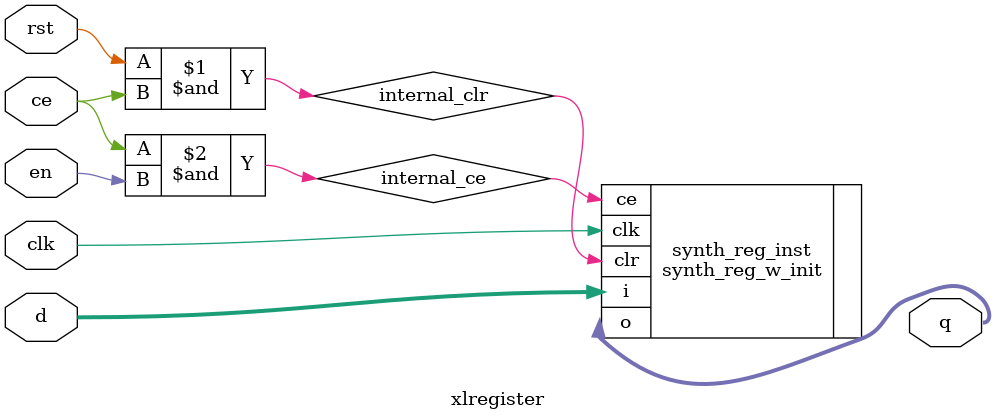
<source format=v>

`timescale 1 ns / 10 ps
module xlregister (d, rst, en, ce, clk, q);
   parameter d_width = 5;
   parameter init_value = 'b0;

   input [d_width-1:0] d;
   input rst, en, ce, clk;
   output [d_width-1:0] q;
   wire internal_clr, internal_ce;
   assign internal_clr = rst & ce;
   assign internal_ce  = ce & en;

   synth_reg_w_init #(.width(d_width),
                      .init_index(2),
                      .init_value(init_value),
                      .latency(1))
   synth_reg_inst(.i(d),
                  .ce(internal_ce),
                  .clr(internal_clr),
                  .clk(clk),
                  .o(q));
endmodule

</source>
